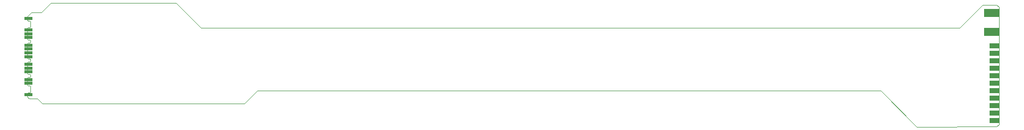
<source format=gbs>
G04 EAGLE Gerber X2 export*
%TF.Part,Single*%
%TF.FileFunction,Other,solder mask bottom*%
%TF.FilePolarity,Positive*%
%TF.GenerationSoftware,Autodesk,EAGLE,9.6.2*%
%TF.CreationDate,2022-07-13T20:40:15Z*%
G75*
%MOMM*%
%FSLAX34Y34*%
%LPD*%
%INsolder mask bottom*%
%AMOC8*
5,1,8,0,0,1.08239X$1,22.5*%
G01*
%ADD10C,0.000000*%
%ADD11R,1.451600X0.551600*%
%ADD12R,1.701600X0.901600*%
%ADD13R,2.641600X1.371600*%


D10*
X0Y-23000D02*
X3000Y-26000D01*
X17000Y-26000D01*
X39750Y136500D02*
X252500Y136500D01*
X39750Y136500D02*
X23750Y120500D01*
X7000Y120500D01*
X0Y113500D01*
X0Y107500D01*
X0Y94000D02*
X0Y75000D01*
X1000Y74000D01*
X4000Y74000D01*
X5000Y73000D01*
X5000Y70000D02*
X4000Y69000D01*
X1000Y69000D01*
X0Y68000D01*
X5000Y70000D02*
X5000Y73000D01*
X0Y68000D02*
X0Y42500D01*
X1000Y41500D01*
X4000Y41500D01*
X5000Y40500D01*
X5000Y37500D02*
X4000Y36500D01*
X1000Y36500D01*
X0Y35500D01*
X5000Y37500D02*
X5000Y40500D01*
X0Y-16500D02*
X0Y-23000D01*
X0Y-3000D02*
X0Y9500D01*
X0Y16500D02*
X0Y35500D01*
X0Y-3000D02*
X1000Y-4000D01*
X4000Y-4000D02*
X5000Y-5000D01*
X4000Y-4000D02*
X1000Y-4000D01*
X5000Y-5000D02*
X5000Y-14500D01*
X4000Y-15500D01*
X1000Y-15500D01*
X0Y-16500D01*
X1000Y106500D02*
X0Y107500D01*
X1000Y106500D02*
X4000Y106500D01*
X5000Y105500D01*
X5000Y96000D01*
X4000Y95000D01*
X1000Y95000D01*
X0Y94000D01*
X252500Y136500D02*
X294500Y94500D01*
X1582410Y94500D01*
X1621410Y133500D01*
X1644810Y133500D01*
X1648800Y129500D01*
X1648800Y-70000D01*
X1645300Y-73500D01*
X1509800Y-74000D01*
X1448300Y-12500D01*
X390500Y-12000D01*
X368000Y-34500D01*
X25500Y-34500D01*
X1000Y15500D02*
X0Y16500D01*
X1000Y15500D02*
X4000Y15500D01*
X5000Y14500D01*
X5000Y11500D01*
X4000Y10500D01*
X1000Y10500D01*
X0Y9500D01*
X17000Y-26000D02*
X25500Y-34500D01*
D11*
X2000Y91000D03*
X2000Y84500D03*
X2000Y78000D03*
X2000Y65000D03*
X2000Y58500D03*
X2000Y52000D03*
X2000Y45500D03*
X2000Y32500D03*
X2000Y26000D03*
X2000Y19500D03*
X2000Y6500D03*
X2000Y0D03*
X2000Y-19500D03*
X2000Y110500D03*
D12*
X1641990Y38110D03*
X1641990Y-63490D03*
X1641990Y-50790D03*
X1641990Y-38090D03*
X1641990Y-25390D03*
X1641990Y-12690D03*
X1641990Y10D03*
X1641990Y12710D03*
X1641990Y25410D03*
D13*
X1636910Y87640D03*
X1636910Y119390D03*
D12*
X1641990Y50810D03*
X1641990Y63510D03*
M02*

</source>
